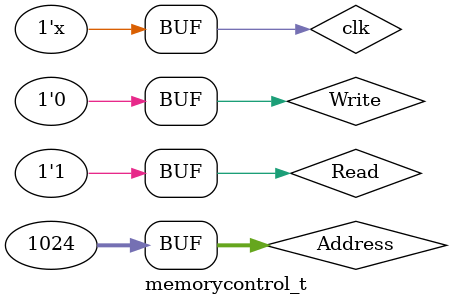
<source format=v>
module memorycontrol_t();
    // concerning main memory
    reg clk;
    reg[31: 0] Address;
    reg[31: 0] WriteData;
    reg Read;
    reg Write;
    wire[31: 0] ReadData;
    
    // concerning I/O
    reg[3: 0] keys;
    wire[15: 0] led;
    wire[3: 0] cs;
    wire[7: 0] digit;
    
    memorycontrol m(
        .clk(clk),
        .Address(Address),
        .WriteData(WriteData),
        .Read(Read),
        .Write(Write),
        .ReadData(ReadData),
        .keys(keys),
        .led(led),
        .cs(cs),
        .digit(digit)
    );
    
    always #10 clk = ~clk;
    initial
    begin
        clk = 0;
        //#250
        //Read <= 0; Write <= 1; Address <= 32'b00000000000000000000010000000001; WriteData <= 32'h55555555;
        #250
        Read = 1; Write = 0; Address = 32'h00000001;
        #250
        Read = 1; Write = 0; Address = 32'b00000000000000000000010000000000;
        //#250
        //Read <= 1; Write <= 0; Address <= 32'b00000000000000000000010000000001;
        //#25
        //Read = 0; Write = 1; Address = 32'h00003ff0; WriteData = 32'hffffffff;
    end
    

endmodule
</source>
